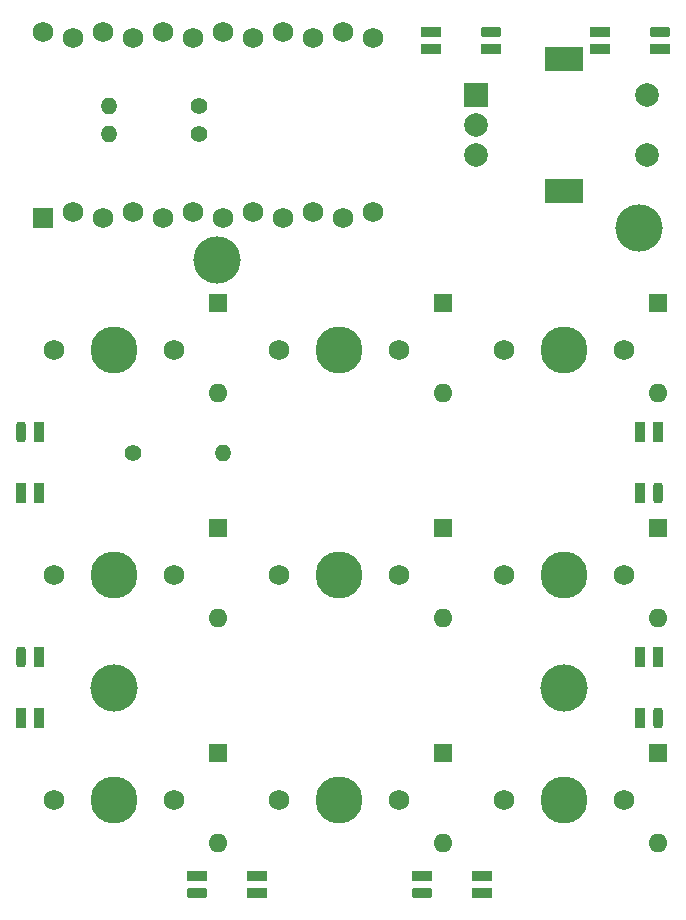
<source format=gbr>
%TF.GenerationSoftware,KiCad,Pcbnew,9.0.3*%
%TF.CreationDate,2025-07-17T06:47:07+08:00*%
%TF.ProjectId,bongopad,626f6e67-6f70-4616-942e-6b696361645f,v1.1*%
%TF.SameCoordinates,Original*%
%TF.FileFunction,Soldermask,Top*%
%TF.FilePolarity,Negative*%
%FSLAX46Y46*%
G04 Gerber Fmt 4.6, Leading zero omitted, Abs format (unit mm)*
G04 Created by KiCad (PCBNEW 9.0.3) date 2025-07-17 06:47:07*
%MOMM*%
%LPD*%
G01*
G04 APERTURE LIST*
G04 Aperture macros list*
%AMRoundRect*
0 Rectangle with rounded corners*
0 $1 Rounding radius*
0 $2 $3 $4 $5 $6 $7 $8 $9 X,Y pos of 4 corners*
0 Add a 4 corners polygon primitive as box body*
4,1,4,$2,$3,$4,$5,$6,$7,$8,$9,$2,$3,0*
0 Add four circle primitives for the rounded corners*
1,1,$1+$1,$2,$3*
1,1,$1+$1,$4,$5*
1,1,$1+$1,$6,$7*
1,1,$1+$1,$8,$9*
0 Add four rect primitives between the rounded corners*
20,1,$1+$1,$2,$3,$4,$5,0*
20,1,$1+$1,$4,$5,$6,$7,0*
20,1,$1+$1,$6,$7,$8,$9,0*
20,1,$1+$1,$8,$9,$2,$3,0*%
G04 Aperture macros list end*
%ADD10R,1.752600X1.752600*%
%ADD11C,1.752600*%
%ADD12C,3.987800*%
%ADD13C,1.750000*%
%ADD14R,0.820000X1.700000*%
%ADD15RoundRect,0.205000X0.205000X-0.645000X0.205000X0.645000X-0.205000X0.645000X-0.205000X-0.645000X0*%
%ADD16R,1.700000X0.820000*%
%ADD17RoundRect,0.205000X0.645000X0.205000X-0.645000X0.205000X-0.645000X-0.205000X0.645000X-0.205000X0*%
%ADD18RoundRect,0.205000X-0.205000X0.645000X-0.205000X-0.645000X0.205000X-0.645000X0.205000X0.645000X0*%
%ADD19RoundRect,0.205000X-0.645000X-0.205000X0.645000X-0.205000X0.645000X0.205000X-0.645000X0.205000X0*%
%ADD20R,3.200000X2.000000*%
%ADD21R,2.000000X2.000000*%
%ADD22C,2.000000*%
%ADD23C,1.400000*%
%ADD24O,1.400000X1.400000*%
%ADD25R,1.600000X1.600000*%
%ADD26O,1.600000X1.600000*%
%ADD27C,0.500000*%
%ADD28C,4.000000*%
G04 APERTURE END LIST*
D10*
%TO.C,U1*%
X126523750Y-84842350D03*
D11*
X129063750Y-84385150D03*
X131603750Y-84842350D03*
X134143750Y-84385150D03*
X136683750Y-84842350D03*
X139223750Y-84385150D03*
X141763750Y-84842350D03*
X144303750Y-84385150D03*
X146843750Y-84842350D03*
X149383750Y-84385150D03*
X151923750Y-84842350D03*
X154463750Y-84385150D03*
X154463750Y-69602350D03*
X151923750Y-69145150D03*
X149383750Y-69602350D03*
X146843750Y-69145150D03*
X144303750Y-69602350D03*
X141763750Y-69145150D03*
X139223750Y-69602350D03*
X136683750Y-69145150D03*
X134143750Y-69602350D03*
X131603750Y-69145150D03*
X129063750Y-69602350D03*
X126523750Y-69145150D03*
%TD*%
D12*
%TO.C,MX8*%
X170656250Y-115093750D03*
D13*
X165576250Y-115093750D03*
X175736250Y-115093750D03*
%TD*%
%TO.C,MX7*%
X165576250Y-96043750D03*
X175736250Y-96043750D03*
D12*
X170656250Y-96043750D03*
%TD*%
%TO.C,MX6*%
X151606250Y-134143750D03*
D13*
X156686250Y-134143750D03*
X146526250Y-134143750D03*
%TD*%
%TO.C,MX5*%
X146526250Y-115093750D03*
X156686250Y-115093750D03*
D12*
X151606250Y-115093750D03*
%TD*%
%TO.C,MX4*%
X151606250Y-96043750D03*
D13*
X146526250Y-96043750D03*
X156686250Y-96043750D03*
%TD*%
%TO.C,MX3*%
X137636250Y-134143750D03*
D12*
X132556250Y-134143750D03*
D13*
X127476250Y-134143750D03*
%TD*%
%TO.C,MX9*%
X175736250Y-134143750D03*
X165576250Y-134143750D03*
D12*
X170656250Y-134143750D03*
%TD*%
D13*
%TO.C,MX2*%
X137636250Y-115093750D03*
D12*
X132556250Y-115093750D03*
D13*
X127476250Y-115093750D03*
%TD*%
%TO.C,MX1*%
X137636250Y-96043750D03*
X127476250Y-96043750D03*
D12*
X132556250Y-96043750D03*
%TD*%
D14*
%TO.C,LED1*%
X126162500Y-108118750D03*
X124662500Y-108118750D03*
D15*
X124662500Y-103018750D03*
D14*
X126162500Y-103018750D03*
%TD*%
D16*
%TO.C,LED4*%
X163681250Y-140537500D03*
X163681250Y-142037500D03*
D17*
X158581250Y-142037500D03*
D16*
X158581250Y-140537500D03*
%TD*%
D14*
%TO.C,LED5*%
X177050000Y-122068750D03*
X178550000Y-122068750D03*
D18*
X178550000Y-127168750D03*
D14*
X177050000Y-127168750D03*
%TD*%
%TO.C,LED6*%
X177050000Y-103018750D03*
X178550000Y-103018750D03*
D18*
X178550000Y-108118750D03*
D14*
X177050000Y-108118750D03*
%TD*%
D16*
%TO.C,LED7*%
X173662500Y-70600000D03*
X173662500Y-69100000D03*
D19*
X178762500Y-69100000D03*
D16*
X178762500Y-70600000D03*
%TD*%
%TO.C,LED8*%
X159375000Y-70600000D03*
X159375000Y-69100000D03*
D19*
X164475000Y-69100000D03*
D16*
X164475000Y-70600000D03*
%TD*%
%TO.C,LED3*%
X144631250Y-140537500D03*
X144631250Y-142037500D03*
D17*
X139531250Y-142037500D03*
D16*
X139531250Y-140537500D03*
%TD*%
D14*
%TO.C,LED2*%
X126162500Y-127168750D03*
X124662500Y-127168750D03*
D15*
X124662500Y-122068750D03*
D14*
X126162500Y-122068750D03*
%TD*%
D20*
%TO.C,SW1*%
X170656250Y-71393750D03*
X170656250Y-82593750D03*
D21*
X163156250Y-74493750D03*
D22*
X163156250Y-79493750D03*
X163156250Y-76993750D03*
X177656250Y-79493750D03*
X177656250Y-74493750D03*
%TD*%
D23*
%TO.C,R2*%
X139700000Y-77787500D03*
D24*
X132080000Y-77787500D03*
%TD*%
D23*
%TO.C,R1*%
X139700000Y-75406250D03*
D24*
X132080000Y-75406250D03*
%TD*%
D25*
%TO.C,D1*%
X141287500Y-92075000D03*
D26*
X141287500Y-99695000D03*
%TD*%
D25*
%TO.C,D2*%
X141287500Y-111125000D03*
D26*
X141287500Y-118745000D03*
%TD*%
D25*
%TO.C,D3*%
X141287500Y-130175000D03*
D26*
X141287500Y-137795000D03*
%TD*%
D25*
%TO.C,D5*%
X160337500Y-111125000D03*
D26*
X160337500Y-118745000D03*
%TD*%
D25*
%TO.C,D7*%
X178593750Y-92075000D03*
D26*
X178593750Y-99695000D03*
%TD*%
D25*
%TO.C,D8*%
X178593750Y-111125000D03*
D26*
X178593750Y-118745000D03*
%TD*%
D25*
%TO.C,D9*%
X178593750Y-130175000D03*
D26*
X178593750Y-137795000D03*
%TD*%
D25*
%TO.C,D6*%
X160337500Y-130175000D03*
D26*
X160337500Y-137795000D03*
%TD*%
D23*
%TO.C,R3*%
X134143750Y-104775000D03*
D24*
X141763750Y-104775000D03*
%TD*%
D27*
%TO.C,H1*%
X142724000Y-88392000D03*
X140164000Y-87332000D03*
X141224000Y-89892000D03*
X141224000Y-86892000D03*
X142284000Y-89452000D03*
X142284000Y-87332000D03*
D28*
X141224000Y-88392000D03*
D27*
X140164000Y-89452000D03*
X139724000Y-88392000D03*
%TD*%
%TO.C,H3*%
X131056250Y-124618750D03*
X132556250Y-126118750D03*
X133616250Y-123558750D03*
X131496250Y-123558750D03*
D28*
X132556250Y-124618750D03*
D27*
X133616250Y-125678750D03*
X132556250Y-123118750D03*
X134056250Y-124618750D03*
X131496250Y-125678750D03*
%TD*%
%TO.C,H2*%
X175506250Y-85725000D03*
X178506250Y-85725000D03*
D28*
X177006250Y-85725000D03*
D27*
X177006250Y-87225000D03*
X178066250Y-84665000D03*
X175946250Y-84665000D03*
X177006250Y-84225000D03*
X178066250Y-86785000D03*
X175946250Y-86785000D03*
%TD*%
%TO.C,H4*%
X172156250Y-124618750D03*
X169596250Y-123558750D03*
X170656250Y-123118750D03*
D28*
X170656250Y-124618750D03*
D27*
X169156250Y-124618750D03*
X169596250Y-125678750D03*
X171716250Y-125678750D03*
X170656250Y-126118750D03*
X171716250Y-123558750D03*
%TD*%
D25*
%TO.C,D4*%
X160337500Y-92075000D03*
D26*
X160337500Y-99695000D03*
%TD*%
M02*

</source>
